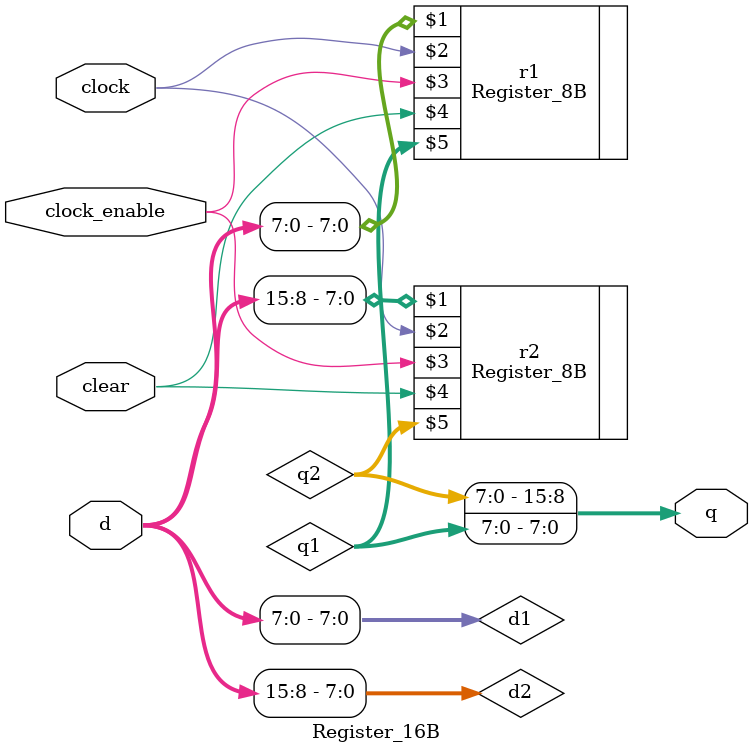
<source format=v>
/*`include "Register_8B.v"*/
module Register_16B (d, clock, clock_enable, clear, q);
    input[15:0] d;
    input clock, clock_enable, clear;
    output[15:0] q;

    wire[7:0] d1, d2, q1, q2;

    assign d1[0] = d[0];
    assign d1[1] = d[1];
    assign d1[2] = d[2];
    assign d1[3] = d[3];
    assign d1[4] = d[4];
    assign d1[5] = d[5];
    assign d1[6] = d[6];
    assign d1[7] = d[7];
    assign d2[0] = d[8];
    assign d2[1] = d[9];
    assign d2[2] = d[10];
    assign d2[3] = d[11];
    assign d2[4] = d[12];
    assign d2[5] = d[13];
    assign d2[6] = d[14];
    assign d2[7] = d[15];
    
    

    Register_8B r1(d1, clock, clock_enable, clear, q1);
    Register_8B r2(d2, clock, clock_enable, clear, q2);

    assign q[0] = q1[0];
    assign q[1] = q1[1];
    assign q[2] = q1[2];
    assign q[3] = q1[3];
    assign q[4] = q1[4];
    assign q[5] = q1[5];
    assign q[6] = q1[6];
    assign q[7] = q1[7];
    assign q[8] = q2[0];
    assign q[9] = q2[1];
    assign q[10] = q2[2];
    assign q[11] = q2[3];
    assign q[12] = q2[4];
    assign q[13] = q2[5];
    assign q[14] = q2[6];
    assign q[15] = q2[7];
    
    
endmodule
</source>
